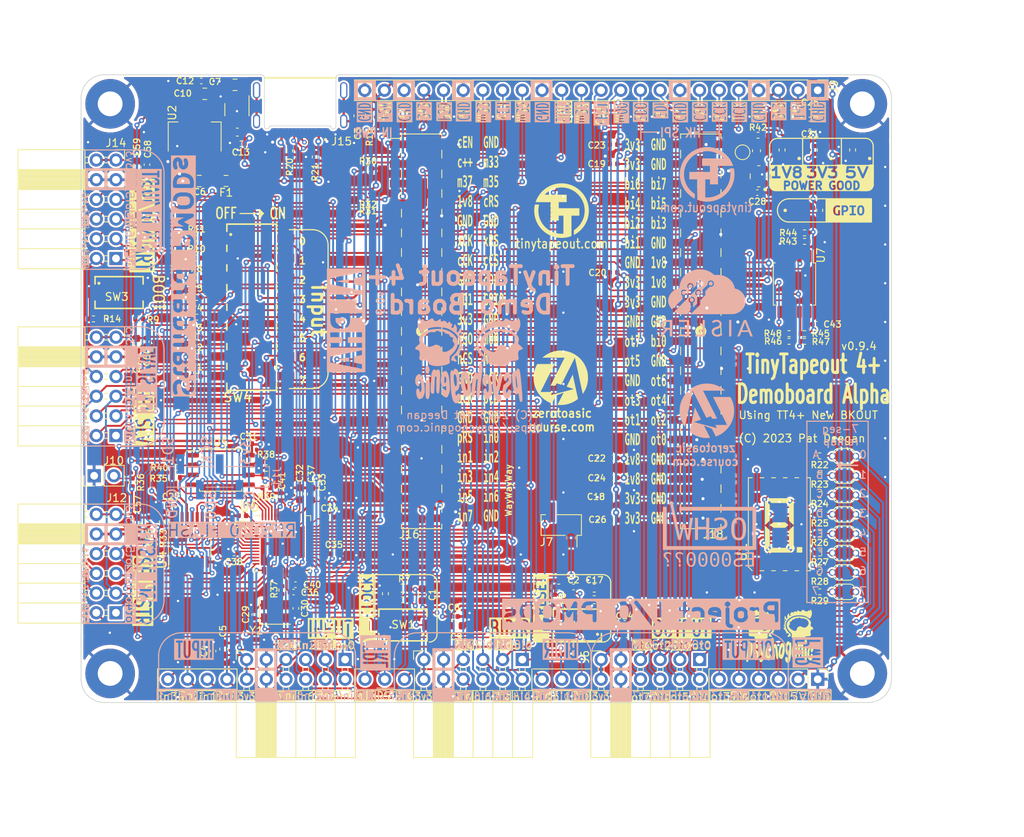
<source format=kicad_pcb>
(kicad_pcb
	(version 20240108)
	(generator "pcbnew")
	(generator_version "8.0")
	(general
		(thickness 1.56252)
		(legacy_teardrops no)
	)
	(paper "User" 210.007 229.997)
	(title_block
		(title "TinyTapeout 4+ Demoboard ")
		(date "2023-12-13")
		(rev "0.9.4")
		(company "Psychogenic Technologies")
		(comment 1 "See LICENSE.txt for details")
		(comment 2 "Licensed under Apache 2.0")
		(comment 3 "(C) 2023 Pat Deegan")
	)
	(layers
		(0 "F.Cu" signal)
		(1 "In1.Cu" signal)
		(2 "In2.Cu" signal)
		(31 "B.Cu" signal)
		(32 "B.Adhes" user "B.Adhesive")
		(33 "F.Adhes" user "F.Adhesive")
		(34 "B.Paste" user)
		(35 "F.Paste" user)
		(36 "B.SilkS" user "B.Silkscreen")
		(37 "F.SilkS" user "F.Silkscreen")
		(38 "B.Mask" user)
		(39 "F.Mask" user)
		(40 "Dwgs.User" user "User.Drawings")
		(41 "Cmts.User" user "User.Comments")
		(42 "Eco1.User" user "User.Eco1")
		(43 "Eco2.User" user "User.Eco2")
		(44 "Edge.Cuts" user)
		(45 "Margin" user)
		(46 "B.CrtYd" user "B.Courtyard")
		(47 "F.CrtYd" user "F.Courtyard")
		(48 "B.Fab" user)
		(49 "F.Fab" user)
		(50 "User.1" user)
		(51 "User.2" user)
		(52 "User.3" user)
		(53 "User.4" user)
		(54 "User.5" user)
		(55 "User.6" user)
		(56 "User.7" user)
		(57 "User.8" user)
		(58 "User.9" user "plugins.config")
	)
	(setup
		(stackup
			(layer "F.SilkS"
				(type "Top Silk Screen")
				(color "White")
			)
			(layer "F.Paste"
				(type "Top Solder Paste")
			)
			(layer "F.Mask"
				(type "Top Solder Mask")
				(color "Green")
				(thickness 0.01)
			)
			(layer "F.Cu"
				(type "copper")
				(thickness 0.035)
			)
			(layer "dielectric 1"
				(type "prepreg")
				(color "FR4 natural")
				(thickness 0.06813)
				(material "R-1551(W)")
				(epsilon_r 4.3)
				(loss_tangent 0.02) addsublayer
				(color "FR4 natural")
				(thickness 0.06813)
				(material "R-1551(W)")
				(epsilon_r 4.3)
				(loss_tangent 0.02)
			)
			(layer "In1.Cu"
				(type "copper")
				(thickness 0.035)
			)
			(layer "dielectric 2"
				(type "core")
				(color "FR4 natural")
				(thickness 1.13)
				(material "R-1566(W)")
				(epsilon_r 4.6)
				(loss_tangent 0.02)
			)
			(layer "In2.Cu"
				(type "copper")
				(thickness 0.035)
			)
			(layer "dielectric 3"
				(type "prepreg")
				(color "FR4 natural")
				(thickness 0.06813)
				(material "R-1551(W)")
				(epsilon_r 4.3)
				(loss_tangent 0.02) addsublayer
				(color "FR4 natural")
				(thickness 0.06813)
				(material "R-1551(W)")
				(epsilon_r 4.3)
				(loss_tangent 0.02)
			)
			(layer "B.Cu"
				(type "copper")
				(thickness 0.035)
			)
			(layer "B.Mask"
				(type "Bottom Solder Mask")
				(color "Green")
				(thickness 0.01)
			)
			(layer "B.Paste"
				(type "Bottom Solder Paste")
			)
			(layer "B.SilkS"
				(type "Bottom Silk Screen")
				(color "White")
			)
			(copper_finish "None")
			(dielectric_constraints yes)
		)
		(pad_to_mask_clearance 0)
		(allow_soldermask_bridges_in_footprints no)
		(aux_axis_origin 56.5 134.5)
		(grid_origin 56.5 134.5)
		(pcbplotparams
			(layerselection 0x00810fc_ffffffff)
			(plot_on_all_layers_selection 0x0000000_00000000)
			(disableapertmacros no)
			(usegerberextensions no)
			(usegerberattributes no)
			(usegerberadvancedattributes yes)
			(creategerberjobfile yes)
			(dashed_line_dash_ratio 12.000000)
			(dashed_line_gap_ratio 3.000000)
			(svgprecision 6)
			(plotframeref no)
			(viasonmask no)
			(mode 1)
			(useauxorigin yes)
			(hpglpennumber 1)
			(hpglpenspeed 20)
			(hpglpendiameter 15.000000)
			(pdf_front_fp_property_popups yes)
			(pdf_back_fp_property_popups yes)
			(dxfpolygonmode yes)
			(dxfimperialunits yes)
			(dxfusepcbnewfont yes)
			(psnegative no)
			(psa4output no)
			(plotreference yes)
			(plotvalue no)
			(plotfptext yes)
			(plotinvisibletext no)
			(sketchpadsonfab no)
			(subtractmaskfromsilk no)
			(outputformat 1)
			(mirror no)
			(drillshape 0)
			(scaleselection 1)
			(outputdirectory "gerber/v0p9p4/")
		)
	)
	(net 0 "")
	(net 1 "GND")
	(net 2 "+5V")
	(net 3 "Net-(C1-Pad2)")
	(net 4 "gpio")
	(net 5 "Caravel_SCK")
	(net 6 "Caravel_D1")
	(net 7 "Caravel_D0")
	(net 8 "Caravel_CSB")
	(net 9 "xclk")
	(net 10 "+3V3")
	(net 11 "~{project_rst}")
	(net 12 "+1V8")
	(net 13 "Net-(D1-A)")
	(net 14 "VBUS")
	(net 15 "Net-(C3-Pad1)")
	(net 16 "Net-(D2-A)")
	(net 17 "Net-(D3-A)")
	(net 18 "Net-(D4-A)")
	(net 19 "Net-(U6-XIN)")
	(net 20 "Net-(C30-Pad1)")
	(net 21 "/RP2040/DVDD")
	(net 22 "project_clk")
	(net 23 "usrclk2")
	(net 24 "mprj_io0")
	(net 25 "HK_SCK")
	(net 26 "HK_CSB")
	(net 27 "HK_SDI")
	(net 28 "HK_SDO")
	(net 29 "uio1")
	(net 30 "uio0")
	(net 31 "uio3")
	(net 32 "uio2")
	(net 33 "uio5")
	(net 34 "uio4")
	(net 35 "uio7")
	(net 36 "uio6")
	(net 37 "in0")
	(net 38 "mio33")
	(net 39 "in2")
	(net 40 "in1")
	(net 41 "in4")
	(net 42 "in3")
	(net 43 "in6")
	(net 44 "in5")
	(net 45 "out0")
	(net 46 "in7")
	(net 47 "out2")
	(net 48 "out1")
	(net 49 "out4")
	(net 50 "out3")
	(net 51 "out6")
	(net 52 "out5")
	(net 53 "ctrl_ena")
	(net 54 "out7")
	(net 55 "Net-(JP1-B)")
	(net 56 "Net-(JP2-B)")
	(net 57 "Net-(JP3-B)")
	(net 58 "Net-(JP4-B)")
	(net 59 "Net-(JP5-B)")
	(net 60 "Net-(JP6-B)")
	(net 61 "Net-(JP7-B)")
	(net 62 "Net-(JP8-B)")
	(net 63 "unconnected-(X1-Tri-State-Pad1)")
	(net 64 "mio35")
	(net 65 "ctrl_sel_inc")
	(net 66 "mio37")
	(net 67 "~{ctrl_sel_rst}")
	(net 68 "/RP2040/SWDIO")
	(net 69 "/RP2040/SWCLK")
	(net 70 "Net-(R1-Pad2)")
	(net 71 "Net-(R2-Pad2)")
	(net 72 "Net-(R3-Pad2)")
	(net 73 "Net-(R4-Pad2)")
	(net 74 "Net-(R5-Pad2)")
	(net 75 "Net-(R6-Pad2)")
	(net 76 "RPIO29")
	(net 77 "/RP2040/RUN")
	(net 78 "boot_mode")
	(net 79 "/RP2040/QSPI_CLK")
	(net 80 "/RP2040/QSPI_SD0")
	(net 81 "/RP2040/QSPI_SD1")
	(net 82 "RP_proj_clk")
	(net 83 "usb_d+")
	(net 84 "usb_d-")
	(net 85 "unconnected-(J15-SBU1-PadA8)")
	(net 86 "unconnected-(J15-SBU2-PadB8)")
	(net 87 "MUX_SEL")
	(net 88 "Net-(R10-Pad2)")
	(net 89 "Net-(R11-Pad2)")
	(net 90 "Net-(R14-Pad1)")
	(net 91 "Net-(U1-A)")
	(net 92 "Net-(U1-B)")
	(net 93 "Net-(U1-C)")
	(net 94 "Net-(U1-D)")
	(net 95 "Net-(U1-E)")
	(net 96 "Net-(U1-F)")
	(net 97 "Net-(U1-G)")
	(net 98 "Net-(U1-DP)")
	(net 99 "/RP2040/QSPI_SD2")
	(net 100 "Net-(U6-XOUT)")
	(net 101 "/RP2040/QSPI_SD3")
	(net 102 "~{crst}{slash}out2")
	(net 103 "SDI{slash}out0")
	(net 104 "SDO{slash}out1")
	(net 105 "unconnected-(U3-NC-Pad4)")
	(net 106 "Net-(R13-Pad1)")
	(net 107 "/CC1")
	(net 108 "/CC2")
	(net 109 "Net-(U7-IO2)")
	(net 110 "Net-(U7-IO3)")
	(net 111 "cinc{slash}out3")
	(net 112 "/~{CRVRST}")
	(net 113 "unconnected-(J16-Pad1)")
	(net 114 "unconnected-(J18-Pad1)")
	(footprint "TinyTapeout:SolderJumper-2_Bridged_Throughole1" (layer "F.Cu") (at 154.9 117.72 180))
	(footprint "Capacitor_SMD:C_0603_1608Metric" (layer "F.Cu") (at 150.5 60 180))
	(footprint "flyingcarsfootprints:StitchingVia-0.3mm" (layer "F.Cu") (at 84.2 115.7))
	(footprint "flyingcarsfootprints:StitchingVia-0.3mm" (layer "F.Cu") (at 152.3 116.5))
	(footprint "flyingcarsfootprints:StitchingVia-0.3mm" (layer "F.Cu") (at 111.4 84.4))
	(footprint "Resistor_SMD:R_0402_1005Metric" (layer "F.Cu") (at 156 63.2 90))
	(footprint "flyingcarsfootprints:StitchingVia-0.3mm" (layer "F.Cu") (at 118.7 78.9))
	(footprint "Capacitor_SMD:C_0603_1608Metric" (layer "F.Cu") (at 84.7 107.575 -90))
	(footprint "Capacitor_SMD:C_0402_1005Metric" (layer "F.Cu") (at 125.175 62.5))
	(footprint "Capacitor_SMD:C_0402_1005Metric" (layer "F.Cu") (at 83.9 120.25))
	(footprint "TinyTapeout:SolderJumper-2_Bridged_Throughole1" (layer "F.Cu") (at 154.9 102.72 180))
	(footprint "Resistor_SMD:R_0402_1005Metric" (layer "F.Cu") (at 83.4 63.3 -90))
	(footprint "MountingHole:MountingHole_3.2mm_M3_Pad" (layer "F.Cu") (at 60.25 57.25))
	(footprint "flyingcarsfootprints:StitchingVia-0.3mm" (layer "F.Cu") (at 143.6 111.5))
	(footprint "flyingcarsfootprints:StitchingVia-0.3mm" (layer "F.Cu") (at 140.1 58.9))
	(footprint "Fiducial:Fiducial_1mm_Mask2mm" (layer "F.Cu") (at 159.5 62))
	(footprint "Resistor_SMD:R_0402_1005Metric" (layer "F.Cu") (at 80.35 103.45 180))
	(footprint "flyingcarsfootprints:StitchingVia-0.3mm" (layer "F.Cu") (at 160.2 70.4))
	(footprint "flyingcarsfootprints:StitchingVia-0.3mm" (layer "F.Cu") (at 57.2 75.9))
	(footprint "TinyTapeout:GCT_USB4500-03-0-A_REVA" (layer "F.Cu") (at 84.75 55.5 180))
	(footprint "Logos:TT_logo" (layer "F.Cu") (at 118.5 71.08))
	(footprint "flyingcarsfootprints:StitchingVia-0.3mm" (layer "F.Cu") (at 123.9 58.9))
	(footprint "flyingcarsfootprints:StitchingVia-0.3mm" (layer "F.Cu") (at 67.7 79.8))
	(footprint "TinyTapeout:PinSocket_2x06_P2.54mm_PMODHost1A" (layer "F.Cu") (at 61 87.36))
	(footprint "flyingcarsfootprints:StitchingVia-0.3mm" (layer "F.Cu") (at 100.4 98.1))
	(footprint "Capacitor_SMD:C_0805_2012Metric" (layer "F.Cu") (at 71.74 67.21 180))
	(footprint "flyingcarsfootprints:StitchingVia-0.3mm" (layer "F.Cu") (at 109.56 133.7))
	(footprint "flyingcarsfootprints:StitchingVia-0.3mm" (layer "F.Cu") (at 76.5 85.7))
	(footprint "Resistor_SMD:R_0402_1005Metric" (layer "F.Cu") (at 71.4 82.228571))
	(footprint "flyingcarsfootprints:StitchingVia-0.3mm" (layer "F.Cu") (at 118.7 89.2))
	(footprint "Capacitor_SMD:C_0402_1005Metric" (layer "F.Cu") (at 65.2 111.1 -90))
	(footprint "Capacitor_SMD:C_0805_2012Metric" (layer "F.Cu") (at 76.35 54.8 180))
	(footprint "flyingcarsfootprints:StitchingVia-0.3mm" (layer "F.Cu") (at 82.5 114))
	(footprint "flyingcarsfootprints:StitchingVia-0.3mm" (layer "F.Cu") (at 127.4 58.9))
	(footprint "Resistor_SMD:R_0603_1608Metric" (layer "F.Cu") (at 98 119.75 180))
	(footprint "Resistor_SMD:R_0402_1005Metric" (layer "F.Cu") (at 71.4 92.4))
	(footprint "Capacitor_SMD:C_0402_1005Metric" (layer "F.Cu") (at 78.9 123.15 90))
	(footprint "flyingcarsfootprints:StitchingVia-0.3mm" (layer "F.Cu") (at 118.7 69.2))
	(footprint "Connector_PinHeader_2.54mm:PinHeader_1x04_P2.54mm_Vertical" (layer "F.Cu") (at 75.31 131.5 -90))
	(footprint "flyingcarsfootprints:StitchingVia-0.3mm" (layer "F.Cu") (at 65 115.4))
	(footprint "flyingcarsfootprints:StitchingVia-0.3mm" (layer "F.Cu") (at 96.9 128.9))
	(footprint "Capacitor_SMD:C_0402_1005Metric" (layer "F.Cu") (at 125.175 105.5))
	(footprint "Capacitor_SMD:C_0402_1005Metric" (layer "F.Cu") (at 104.575 123.4))
	(footprint "flyingcarsfootprints:StitchingVia-0.3mm" (layer "F.Cu") (at 160.2 90.4))
	(footprint "NetTie:NetTie-2_SMD_Pad0.5mm" (layer "F.Cu") (at 67.5 116.4 -90))
	(footprint "flyingcarsfootprints:StitchingVia-0.3mm" (layer "F.Cu") (at 134.96 133.7))
	(footprint "Crystal:Crystal_SMD_3225-4Pin_3.2x2.5mm" (layer "F.Cu") (at 81.5 122.75))
	(footprint "flyingcarsfootprints:StitchingVia-0.3mm" (layer "F.Cu") (at 127.8 107.1))
	(footprint "flyingcarsfootprints:StitchingVia-0.3mm" (layer "F.Cu") (at 140 127.7))
	(footprint "flyingcarsfootprints:StitchingVia-0.3mm" (layer "F.Cu") (at 60.2 125.5))
	(footprint "Resistor_SMD:R_0402_1005Metric" (layer "F.Cu") (at 146.9 63.2 90))
	(footprint "flyingcarsfootprints:StitchingVia-0.3mm"
		(layer "F.Cu")
		(uuid "3122d88a-d40f-4edc-a02f-4d264dfc4ea2")
		(at 140.04 133.7)
		(tags "stitching via")
		(property "Reference" "STITCH17"
			(at 0.508 1.016 0)
			(layer "F.SilkS")
			(hide yes)
			(uuid "0cd7e534-e36d-4cd4-bbaf-baac7d060ad7")
			(effects
				(font
					(size 1 1)
					(thickness 0.15)
				)
			)
		)
		(property "Value" "StitchingVia-0.3mm"
			(at 0 -1.016 0)
			(layer "F.Fab")
			(hide yes)
			(uuid "509e9961-c3ff-41e5-8d85-720790a89745")
			(effects
				(font
					(size 1 1)
					(thickness 0.15)
				)
			)
		)
		(property "Footprint" ""
			(at 0 0 0)
			(unlocked yes)
			(layer "F.Fab")
			(hide yes)
			(uuid "40eb945f-fc18-4479-a3a8-8c5247fbd0e6")
			(effects
				(font
					(size 1.27 1.27)
				)
			)
		)
		(property "Datasheet" ""
			(at 0 0 0)
			(unlocked yes)
			(layer "F.Fab")
			(hide yes)
			(uuid "7cd61251-4801-4f34-aa5e-b7874f4c7cf5")
			(effects
				(font
					(size 1.27 1.27)
				)
			)
		)
		(property "Description" ""
			(at 0 0 0)
			(unlocked yes)
			(layer "F.Fab")
			(hide yes)
			(uuid "dabd31fe-636d-4f2e-ba44-e6f342216851")
			(effects
				(font
					(size 1.27 1.27)
				)
			)
		)
		(attr through_hole board_only exclude_from_pos_files exclude_from_bom)
		(pad "1" thru_hole circle
			(at 0 0)
			(size 0.62 0.62)
			(drill 0.3)
			(layers "*.Cu")
			(remove_unused_layers no)
			(net 1 "GND")
			(zone_connect 2)
			(uuid "f30308d2-947c-40c8-bbc3-062544470cd4")
... [4392047 chars truncated]
</source>
